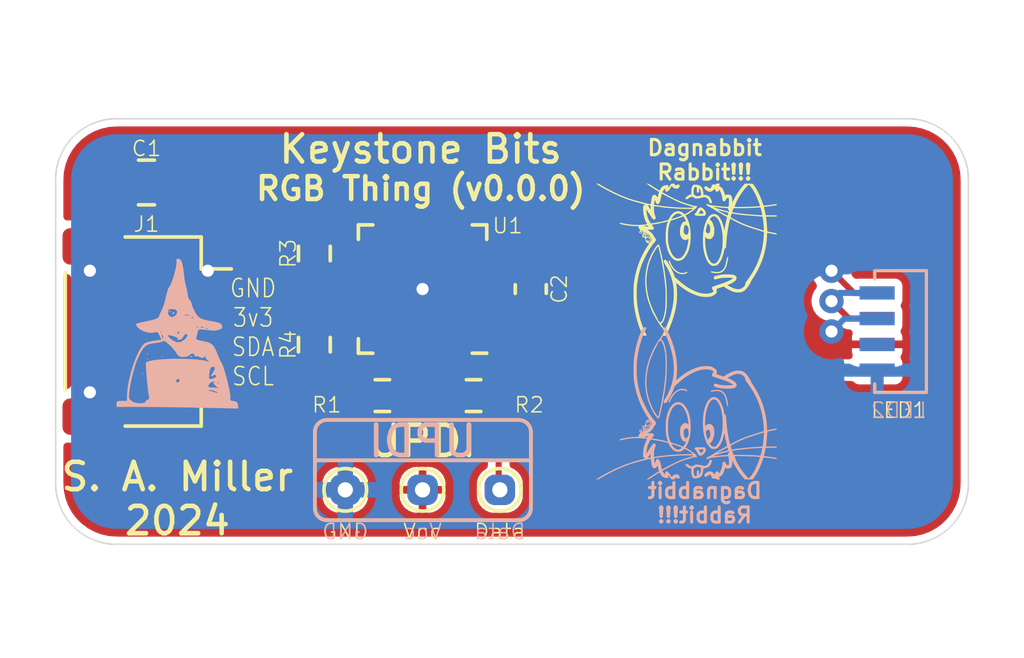
<source format=kicad_pcb>
(kicad_pcb (version 20211014) (generator pcbnew)
  (title_block (title "Keystone Bits") (date "2024") (rev "0.0.0") (company "S. A. Miller") (comment 1 "RGB Thing"))
  (layers (0 "F.Cu" signal) (31 "B.Cu" signal) (34 "B.Paste" user) (35 "F.Paste" user) (36 "B.SilkS" user "B.Silkscreen") (37 "F.SilkS" user "F.Silkscreen") (38 "B.Mask" user) (39 "F.Mask" user) (44 "Edge.Cuts" user))
  (net 0 "")
  (net 1 "GND")
  (net 2 "I2C-Vcc")
  (net 3 "/PA0")
  (net 4 "~{RESET}")
  (net 5 "PA2")
  (net 6 "PA3")
  (net 7 "PA4")
  (net 8 "PA5")
  (net 9 "PA6")
  (net 10 "PA7")
  (net 11 "PB7")
  (net 12 "PB6")
  (net 13 "PB5")
  (net 14 "PB4")
  (net 15 "PB3")
  (net 16 "PB2")
  (net 17 "PC0")
  (net 18 "PC1")
  (net 19 "PC2")
  (net 20 "PC3")
  (net 21 "PC4")
  (net 22 "PC5")
  (net 23 "PA1")
  (net 24 "PB1")
  (net 25 "PB0")
  (net 26 "Net-(LED1-Pad2)")
  (footprint "tinker:UPDI_connection" (layer "F.Cu") (at 97.06 105.2068)
    (fp_text reference "J2" hide)
    (fp_text value "UPDI Connection" hide)
    (fp_text user "GND" (at -2.54 1.3716 unlocked) (layer "B.SilkS") (effects (font (size 0.5 0.5) (thickness 0.05)) (justify mirror)))
    (fp_text user "UPDI" (at 0 -1.6 unlocked) (layer "B.SilkS") (effects (justify mirror)))
    (fp_text user "Data" (at 2.54 1.3716 unlocked) (layer "B.SilkS") (effects (font (size 0.5 0.5) (thickness 0.05)) (justify mirror)))
    (fp_text user "Vcc" (at 0 1.3716 unlocked) (layer "B.SilkS") (effects (font (size 0.5 0.5) (thickness 0.05)) (justify mirror)))
    (fp_text user "UPDI" (at 0 -1.6 unlocked) (layer "F.SilkS"))
    (fp_text user "Vcc" (at 0 1.3716 unlocked) (layer "F.SilkS") (effects (font (size 0.5 0.5) (thickness 0.05))))
    (fp_text user "GND" (at -2.54 1.3716 unlocked) (layer "F.SilkS") (effects (font (size 0.5 0.5) (thickness 0.05))))
    (fp_text user "Data" (at 2.54 1.3716 unlocked) (layer "F.SilkS") (effects (font (size 0.5 0.5) (thickness 0.05))))
    (pad "1" thru_hole roundrect (at -2.54 0 90) (size 1 1) (drill 0.5) (layers F&B.Cu *.Mask) (roundrect_rratio 0.33) (net 1 "GND"))
    (pad "2" thru_hole roundrect (at 0 0 90) (size 1 1) (drill 0.5) (layers *.Cu *.Mask) (roundrect_rratio 0.33) (net 2 "I2C-Vcc"))
    (pad "3" thru_hole roundrect (at 2.54 0 90) (size 1 1) (drill 0.5) (layers *.Cu *.Mask) (roundrect_rratio 0.33) (net 4 "~{RESET}"))
  )
  (footprint "Capacitor_SMD:C_0805_2012Metric" (layer "F.Cu") (at 87.9856 95.0976)
    (fp_text reference "C1" (at 0 -1.1176) (layer "F.SilkS") (effects (font (size 0.5 0.5) (thickness 0.05))))
    (fp_text value "4.7uF")
    (pad "1" smd roundrect (at -0.95 0) (size 1 1.45) (layers "F.Cu" "F.Paste" "F.Mask") (net 2 "I2C-Vcc"))
    (pad "2" smd roundrect (at 0.95 0) (size 1 1.45) (layers "F.Cu" "F.Paste" "F.Mask") (net 1 "GND"))
  )
  (footprint "Capacitor_SMD:C_0603_1608Metric" (layer "F.Cu") (at 100.616 98.6028 -90)
    (fp_text reference "C2" (at 0 -0.9352 90) (layer "F.SilkS") (effects (font (size 0.5 0.5) (thickness 0.05))))
    (fp_text value "100nF")
    (pad "1" smd roundrect (at -0.775 0 270) (size 0.9 0.95) (layers "F.Cu" "F.Paste" "F.Mask") (net 2 "I2C-Vcc"))
    (pad "2" smd roundrect (at 0.775 0 270) (size 0.9 0.95) (layers "F.Cu" "F.Paste" "F.Mask") (net 1 "GND"))
  )
  (footprint "Package_DFN_QFN:QFN-24-1EP_4x4mm_P0.5mm_EP2.6x2.6mm" (layer "F.Cu") (at 97.06 98.6028 180)
    (fp_text reference "U1" (at -2.794 2.0828) (layer "F.SilkS") (effects (font (size 0.5 0.5) (thickness 0.05))))
    (fp_text value "ATtiny1617")
    (pad "1" smd roundrect (at -1.9375 -1.25 180) (size 0.825 0.25) (layers "F.Cu" "F.Paste" "F.Mask") (net 5 "PA2"))
    (pad "2" smd roundrect (at -1.9375 -0.75 180) (size 0.825 0.25) (layers "F.Cu" "F.Paste" "F.Mask") (net 6 "PA3"))
    (pad "3" smd roundrect (at -1.9375 -0.25 180) (size 0.825 0.25) (layers "F.Cu" "F.Paste" "F.Mask") (net 1 "GND"))
    (pad "4" smd roundrect (at -1.9375 0.25 180) (size 0.825 0.25) (layers "F.Cu" "F.Paste" "F.Mask") (net 2 "I2C-Vcc"))
    (pad "5" smd roundrect (at -1.9375 0.75 180) (size 0.825 0.25) (layers "F.Cu" "F.Paste" "F.Mask") (net 7 "PA4"))
    (pad "6" smd roundrect (at -1.9375 1.25 180) (size 0.825 0.25) (layers "F.Cu" "F.Paste" "F.Mask") (net 8 "PA5"))
    (pad "7" smd roundrect (at -1.25 1.9375 180) (size 0.25 0.825) (layers "F.Cu" "F.Paste" "F.Mask") (net 9 "PA6"))
    (pad "8" smd roundrect (at -0.75 1.9375 180) (size 0.25 0.825) (layers "F.Cu" "F.Paste" "F.Mask") (net 10 "PA7"))
    (pad "9" smd roundrect (at -0.25 1.9375 180) (size 0.25 0.825) (layers "F.Cu" "F.Paste" "F.Mask") (net 11 "PB7"))
    (pad "10" smd roundrect (at 0.25 1.9375 180) (size 0.25 0.825) (layers "F.Cu" "F.Paste" "F.Mask") (net 12 "PB6"))
    (pad "11" smd roundrect (at 0.75 1.9375 180) (size 0.25 0.825) (layers "F.Cu" "F.Paste" "F.Mask") (net 13 "PB5"))
    (pad "12" smd roundrect (at 1.25 1.9375 180) (size 0.25 0.825) (layers "F.Cu" "F.Paste" "F.Mask") (net 14 "PB4"))
    (pad "13" smd roundrect (at 1.9375 1.25 180) (size 0.825 0.25) (layers "F.Cu" "F.Paste" "F.Mask") (net 15 "PB3"))
    (pad "14" smd roundrect (at 1.9375 0.75 180) (size 0.825 0.25) (layers "F.Cu" "F.Paste" "F.Mask") (net 16 "PB2"))
    (pad "15" smd roundrect (at 1.9375 0.25 180) (size 0.825 0.25) (layers "F.Cu" "F.Paste" "F.Mask") (net 24 "PB1"))
    (pad "16" smd roundrect (at 1.9375 -0.25 180) (size 0.825 0.25) (layers "F.Cu" "F.Paste" "F.Mask") (net 25 "PB0"))
    (pad "17" smd roundrect (at 1.9375 -0.75 180) (size 0.825 0.25) (layers "F.Cu" "F.Paste" "F.Mask") (net 17 "PC0"))
    (pad "18" smd roundrect (at 1.9375 -1.25 180) (size 0.825 0.25) (layers "F.Cu" "F.Paste" "F.Mask") (net 18 "PC1"))
    (pad "19" smd roundrect (at 1.25 -1.9375 180) (size 0.25 0.825) (layers "F.Cu" "F.Paste" "F.Mask") (net 19 "PC2"))
    (pad "20" smd roundrect (at 0.75 -1.9375 180) (size 0.25 0.825) (layers "F.Cu" "F.Paste" "F.Mask") (net 20 "PC3"))
    (pad "21" smd roundrect (at 0.25 -1.9375 180) (size 0.25 0.825) (layers "F.Cu" "F.Paste" "F.Mask") (net 21 "PC4"))
    (pad "22" smd roundrect (at -0.25 -1.9375 180) (size 0.25 0.825) (layers "F.Cu" "F.Paste" "F.Mask") (net 22 "PC5"))
    (pad "23" smd roundrect (at -0.75 -1.9375 180) (size 0.25 0.825) (layers "F.Cu" "F.Paste" "F.Mask") (net 3 "/PA0"))
    (pad "24" smd roundrect (at -1.25 -1.9375 180) (size 0.25 0.825) (layers "F.Cu" "F.Paste" "F.Mask") (net 23 "PA1"))
    (pad "25" smd rect (at 0 0 180) (size 2.6 2.6) (layers "F.Cu" "F.Mask") (net 1 "GND"))
  )
  (footprint "Resistor_SMD:R_0603_1608Metric" (layer "F.Cu") (at 98.7364 102.108)
    (fp_text reference "R2" (at 1.8288 0.3048) (layer "F.SilkS") (effects (font (size 0.5 0.5) (thickness 0.05))))
    (fp_text value "330R")
    (pad "1" smd roundrect (at -0.825 0) (size 0.8 0.95) (layers "F.Cu" "F.Paste" "F.Mask") (net 3 "/PA0"))
    (pad "2" smd roundrect (at 0.825 0) (size 0.8 0.95) (layers "F.Cu" "F.Paste" "F.Mask") (net 4 "~{RESET}"))
  )
  (footprint "tinker:LED-SMD_4P-L4.0-W1.7_XL-4020RGBC-WS2812B" (layer "F.Cu") (at 112 100 90)
    (fp_text reference "LED1" (at -2.5908 0.7112 180) (layer "F.SilkS") (effects (font (size 0.5 0.5) (thickness 0.05))))
    (fp_text value "XL-4020RGBC-WS2812B")
    (pad "1" smd rect (at 1.27 0 90) (size 0.43 1.15) (layers "F.Cu" "F.Paste" "F.Mask") (net 1 "GND"))
    (pad "2" smd rect (at 0.43 0 90) (size 0.43 1.15) (layers "F.Cu" "F.Paste" "F.Mask") (net 26 "Net-(LED1-Pad2)"))
    (pad "3" smd rect (at -0.42 0 90) (size 0.43 1.15) (layers "F.Cu" "F.Paste" "F.Mask") (net 2 "I2C-Vcc"))
    (pad "4" smd rect (at -1.27 0 90) (size 0.43 1.15) (layers "F.Cu" "F.Paste" "F.Mask") (net 23 "PA1"))
  )
  (footprint "Resistor_SMD:R_0603_1608Metric" (layer "F.Cu") (at 93.504 100.4316 90)
    (fp_text reference "R4" (at 0 -0.8636 90) (layer "F.SilkS") (effects (font (size 0.5 0.5) (thickness 0.05))))
    (fp_text value "10k")
    (pad "1" smd roundrect (at -0.825 0 90) (size 0.8 0.95) (layers "F.Cu" "F.Paste" "F.Mask") (net 2 "I2C-Vcc"))
    (pad "2" smd roundrect (at 0.825 0 90) (size 0.8 0.95) (layers "F.Cu" "F.Paste" "F.Mask") (net 25 "PB0"))
  )
  (footprint "tinker:DagNabbit" (layer "F.Cu") (at 106 97 180)
    (fp_text reference "REF**" hide)
    (fp_text value "DagNabbit" hide)
    (fp_text user "Dagnabbit\nRabbit!!!" (at -0.331667 2.64) (layer "F.SilkS") (effects (font (size 0.5 0.5) (thickness 0.1))))
  )
  (footprint "Connector_JST:JST_SH_SM04B-SRSS-TB_1x04-1MP_P1.00mm_Horizontal" (layer "F.Cu") (at 88 100 -90)
    (fp_text reference "J1" (at -3.5308 0.0144 180) (layer "F.SilkS") (effects (font (size 0.5 0.5) (thickness 0.05))))
    (fp_text value "JST_SH_BM048")
    (pad "1" smd roundrect (at -1.5 -2 270) (size 0.6 1.55) (layers "F.Cu" "F.Paste" "F.Mask") (net 1 "GND"))
    (pad "2" smd roundrect (at -0.5 -2 270) (size 0.6 1.55) (layers "F.Cu" "F.Paste" "F.Mask") (net 2 "I2C-Vcc"))
    (pad "3" smd roundrect (at 0.5 -2 270) (size 0.6 1.55) (layers "F.Cu" "F.Paste" "F.Mask") (net 24 "PB1"))
    (pad "4" smd roundrect (at 1.5 -2 270) (size 0.6 1.55) (layers "F.Cu" "F.Paste" "F.Mask") (net 25 "PB0"))
    (pad "MP" smd roundrect (at 2.8 1.875 270) (size 1.2 1.8) (layers "F.Cu" "F.Paste" "F.Mask") (roundrect_rratio 0.208333) (net 1 "GND"))
    (pad "MP" smd roundrect (at -2.8 1.875 270) (size 1.2 1.8) (layers "F.Cu" "F.Paste" "F.Mask") (roundrect_rratio 0.208333) (net 1 "GND"))
  )
  (footprint "Resistor_SMD:R_0603_1608Metric" (layer "F.Cu") (at 93.504 97.4344 -90)
    (fp_text reference "R3" (at 0 0.8636 90) (layer "F.SilkS") (effects (font (size 0.5 0.5) (thickness 0.05))))
    (fp_text value "10k")
    (pad "1" smd roundrect (at -0.825 0 270) (size 0.8 0.95) (layers "F.Cu" "F.Paste" "F.Mask") (net 2 "I2C-Vcc"))
    (pad "2" smd roundrect (at 0.825 0 270) (size 0.8 0.95) (layers "F.Cu" "F.Paste" "F.Mask") (net 24 "PB1"))
  )
  (footprint "Resistor_SMD:R_0603_1608Metric" (layer "F.Cu") (at 95.7392 102.108)
    (fp_text reference "R1" (at -1.8288 0.3048) (layer "F.SilkS") (effects (font (size 0.5 0.5) (thickness 0.05))))
    (fp_text value "10k")
    (pad "1" smd roundrect (at -0.825 0) (size 0.8 0.95) (layers "F.Cu" "F.Paste" "F.Mask") (net 2 "I2C-Vcc"))
    (pad "2" smd roundrect (at 0.825 0) (size 0.8 0.95) (layers "F.Cu" "F.Paste" "F.Mask") (net 3 "/PA0"))
  )
  (footprint "tinker:LED-SMD_4P-L4.0-W1.7_XL-4020RGBC-WS2812B" (layer "B.Cu") (at 112 100 -90)
    (fp_text reference "LED2" (at 2.5908 -0.7112 180) (layer "B.SilkS") (effects (font (size 0.5 0.5) (thickness 0.05)) (justify mirror)))
    (fp_text value "XL-4020RGBC-WS2812B")
    (pad "1" smd rect (at 1.27 0 270) (size 0.43 1.15) (layers "B.Cu" "B.Paste" "B.Mask") (net 1 "GND"))
    (pad "2" smd rect (at 0.43 0 270) (size 0.43 1.15) (layers "B.Cu" "B.Paste" "B.Mask"))
    (pad "3" smd rect (at -0.42 0 270) (size 0.43 1.15) (layers "B.Cu" "B.Paste" "B.Mask") (net 2 "I2C-Vcc"))
    (pad "4" smd rect (at -1.27 0 270) (size 0.43 1.15) (layers "B.Cu" "B.Paste" "B.Mask") (net 26 "Net-(LED1-Pad2)"))
  )
  (footprint "tinker:DagNabbit" (layer "B.Cu") (at 106 103 180)
    (fp_text reference "REF**" hide)
    (fp_text value "DagNabbit" hide)
    (fp_text user "Dagnabbit\nRabbit!!!" (at -0.331667 -2.64) (layer "B.SilkS") (effects (font (size 0.5 0.5) (thickness 0.1)) (justify mirror)))
  )
  (footprint "tinker:NerdMage" (layer "B.Cu") (at 89 100 180)
    (fp_text reference "G***" hide)
    (fp_text value "LOGO" hide)
  )
  (gr_line (start 87 107) (end 113 107) (layer "Edge.Cuts") (width 0.05))
  (gr_arc (start 85 95) (mid 85.585786 93.585786) (end 87 93) (layer "Edge.Cuts") (width 0.05))
  (gr_line (start 113 93) (end 87 93) (layer "Edge.Cuts") (width 0.05))
  (gr_arc (start 115 105) (mid 114.414214 106.414214) (end 113 107) (layer "Edge.Cuts") (width 0.05))
  (gr_line (start 115 105) (end 115 95) (layer "Edge.Cuts") (width 0.05))
  (gr_arc (start 87 107) (mid 85.585786 106.414214) (end 85 105) (layer "Edge.Cuts") (width 0.05))
  (gr_arc (start 113 93) (mid 114.414214 93.585786) (end 115 95) (layer "Edge.Cuts") (width 0.05))
  (gr_line (start 85 95) (end 85 105) (layer "Edge.Cuts") (width 0.05))
  (gr_text "${COMMENT1} (v${REVISION})" (at 97 95.3) (layer "F.SilkS") (effects (font (size 0.75 0.75))))
  (gr_text "${TITLE}" (at 97 94) (layer "F.SilkS") (effects (font (size 0.9 0.9))))
  (gr_text "${COMPANY}\n${ISSUE_DATE}" (at 89 105.5) (layer "F.SilkS") (effects (font (size 0.9 0.9))))
  (gr_text "GND\n3v3\nSDA\nSCL" (at 91.4908 100.0252) (layer "F.SilkS") (effects (font (size 0.6 0.5) (thickness 0.05))))
  (segment (start 111.23 98.73) (end 110.5 98) (width 0.2) (layer "F.Cu") (net 1))
  (segment (start 88.9356 96.9356) (end 90 98) (width 0.2) (layer "F.Cu") (net 1))
  (segment (start 98.9975 98.8528) (end 97.31 98.8528) (width 0.2) (layer "F.Cu") (net 1))
  (segment (start 98.9975 98.8528) (end 100.091 98.8528) (width 0.2) (layer "F.Cu") (net 1))
  (segment (start 97.31 98.8528) (end 97.06 98.6028) (width 0.2) (layer "F.Cu") (net 1))
  (segment (start 100.091 98.8528) (end 100.616 99.3778) (width 0.2) (layer "F.Cu") (net 1))
  (segment (start 88.9356 95.0976) (end 88.9356 96.9356) (width 0.2) (layer "F.Cu") (net 1))
  (segment (start 112 98.73) (end 111.23 98.73) (width 0.2) (layer "F.Cu") (net 1))
  (via (at 86.125 102) (size 0.8) (drill 0.4) (layers "F.Cu" "B.Cu") (net 1))
  (via (at 90 98) (size 0.8) (drill 0.4) (layers "F.Cu" "B.Cu") (net 1))
  (via (at 86.125 98) (size 0.8) (drill 0.4) (layers "F.Cu" "B.Cu") (net 1))
  (via (at 97.06 98.6028) (size 0.8) (drill 0.4) (layers "F.Cu" "B.Cu") (net 1))
  (via (at 110.5 98) (size 0.8) (drill 0.4) (layers "F.Cu" "B.Cu") (net 1))
  (segment (start 100.091 98.3528) (end 100.616 97.8278) (width 0.2) (layer "F.Cu") (net 2))
  (segment (start 98.9975 98.3528) (end 100.091 98.3528) (width 0.2) (layer "F.Cu") (net 2))
  (via (at 110.5 100) (size 0.8) (drill 0.4) (layers "F.Cu" "B.Cu") (net 2))
  (segment (start 112 99.58) (end 110.92 99.58) (width 0.2) (layer "B.Cu") (net 2))
  (segment (start 110.92 99.58) (end 110.5 100) (width 0.2) (layer "B.Cu") (net 2))
  (segment (start 97.6188 102.108) (end 96.5642 102.108) (width 0.2) (layer "F.Cu") (net 3))
  (segment (start 97.81 100.5403) (end 97.81 101.9168) (width 0.2) (layer "F.Cu") (net 3))
  (segment (start 97.81 101.9168) (end 97.6188 102.108) (width 0.2) (layer "F.Cu") (net 3))
  (segment (start 99.5614 102.108) (end 99.5614 105.1682) (width 0.2) (layer "F.Cu") (net 4))
  (segment (start 99.5614 105.1682) (end 99.6 105.2068) (width 0.2) (layer "F.Cu") (net 4))
  (segment (start 99.0397 101.27) (end 98.31 100.5403) (width 0.2) (layer "F.Cu") (net 23))
  (segment (start 112 101.27) (end 99.0397 101.27) (width 0.2) (layer "F.Cu") (net 23))
  (segment (start 93.5974 98.3528) (end 93.504 98.2594) (width 0.2) (layer "F.Cu") (net 24))
  (segment (start 90 100.5) (end 91.2634 100.5) (width 0.2) (layer "F.Cu") (net 24))
  (segment (start 95.1225 98.3528) (end 93.5974 98.3528) (width 0.2) (layer "F.Cu") (net 24))
  (segment (start 91.2634 100.5) (end 93.504 98.2594) (width 0.2) (layer "F.Cu") (net 24))
  (segment (start 90 101.5) (end 91.6106 101.5) (width 0.2) (layer "F.Cu") (net 25))
  (segment (start 91.6106 101.5) (end 93.504 99.6066) (width 0.2) (layer "F.Cu") (net 25))
  (segment (start 95.1225 98.8528) (end 94.2578 98.8528) (width 0.2) (layer "F.Cu") (net 25))
  (segment (start 94.2578 98.8528) (end 93.504 99.6066) (width 0.2) (layer "F.Cu") (net 25))
  (segment (start 112 99.57) (end 111.07 99.57) (width 0.2) (layer "F.Cu") (net 26))
  (segment (start 111.07 99.57) (end 110.5 99) (width 0.2) (layer "F.Cu") (net 26))
  (via (at 110.5 99) (size 0.8) (drill 0.4) (layers "F.Cu" "B.Cu") (net 26))
  (segment (start 110.77 98.73) (end 110.5 99) (width 0.2) (layer "B.Cu") (net 26))
  (segment (start 112 98.73) (end 110.77 98.73) (width 0.2) (layer "B.Cu") (net 26))
  (zone (net 2) (net_name "I2C-Vcc") (layer "F.Cu") (connect_pads (clearance 0.254)) (min_thickness 0.254) (fill yes (thermal_gap 0.254) (thermal_bridge_width 0.254))
    (polygon (pts (xy 115.9256 110.7364) (xy 84.2264 110.7364) (xy 84.2264 89.0956) (xy 115.9256 89.0956)))
  )
  (zone (net 1) (net_name "GND") (layer "B.Cu") (connect_pads (clearance 0.508)) (min_thickness 0.254) (fill yes (thermal_gap 0.508) (thermal_bridge_width 0.508))
    (polygon (pts (xy 115.4176 110.2792) (xy 84.7852 110.2792) (xy 84.7852 89.5528) (xy 115.3668 89.5528)))
  )
)
</source>
